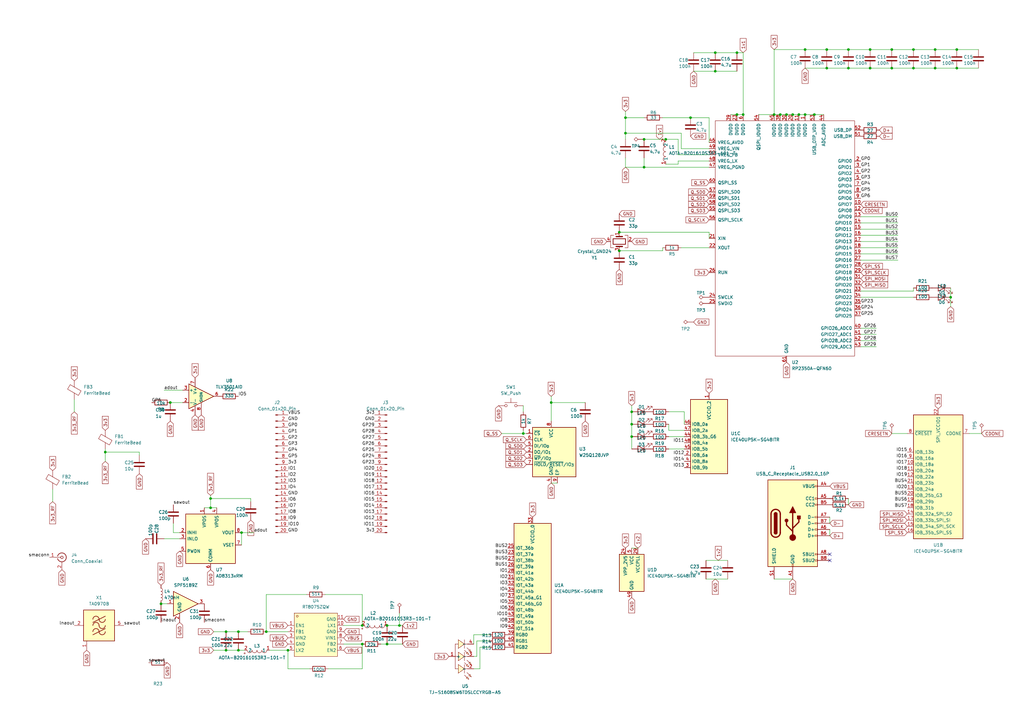
<source format=kicad_sch>
(kicad_sch (version 20250114) (generator "eeschema") (generator_version "9.0")
  (paper "A3")
  (junction (at 92.71 266.7))
  (junction (at 339.09 20.32))
  (junction (at 283.21 48.26))
  (junction (at 256.54 48.26))
  (junction (at 259.08 179.07))
  (junction (at 148.59 256.54))
  (junction (at 330.2 46.99))
  (junction (at 304.8 46.99))
  (junction (at 264.16 57.15))
  (junction (at 383.54 20.32))
  (junction (at 322.58 46.99))
  (junction (at 86.36 208.28))
  (junction (at 158.75 264.16))
  (junction (at 374.65 20.32))
  (junction (at 293.37 29.21))
  (junction (at 259.08 168.91))
  (junction (at 327.66 46.99))
  (junction (at 226.06 165.1))
  (junction (at 356.87 20.32))
  (junction (at 302.26 46.99))
  (junction (at 148.59 264.16))
  (junction (at 347.98 27.94))
  (junction (at 320.04 46.99))
  (junction (at 273.05 57.15))
  (junction (at 293.37 21.59))
  (junction (at 254 102.87))
  (junction (at 163.83 256.54))
  (junction (at 97.79 259.08))
  (junction (at 325.12 46.99))
  (junction (at 330.2 20.32))
  (junction (at 43.18 185.42))
  (junction (at 383.54 27.94))
  (junction (at 69.85 165.1))
  (junction (at 214.63 177.8))
  (junction (at 109.22 259.08))
  (junction (at 256.54 54.61))
  (junction (at 158.75 256.54))
  (junction (at 259.08 173.99))
  (junction (at 254 95.25))
  (junction (at 374.65 27.94))
  (junction (at 99.06 218.44))
  (junction (at 317.5 46.99))
  (junction (at 92.71 259.08))
  (junction (at 356.87 27.94))
  (junction (at 302.26 21.59))
  (junction (at 365.76 20.32))
  (junction (at 66.04 247.65))
  (junction (at 264.16 68.58))
  (junction (at 339.09 27.94))
  (junction (at 97.79 266.7))
  (junction (at 389.89 121.92))
  (junction (at 86.36 204.47))
  (junction (at 347.98 20.32))
  (junction (at 365.76 27.94))
  (junction (at 392.43 20.32))
  (junction (at 392.43 27.94))
  (junction (at 334.01 46.99))
  (junction (at 118.11 266.7))
  (no_connect (at 340.36 227.33))
  (no_connect (at 340.36 229.87))
  (wire (pts (xy 67.31 220.98) (xy 73.66 220.98)))
  (wire (pts (xy 356.87 27.94) (xy 365.76 27.94)))
  (wire (pts (xy 102.87 204.47) (xy 102.87 205.74)))
  (wire (pts (xy 86.36 203.2) (xy 86.36 204.47)))
  (wire (pts (xy 254 95.25) (xy 290.83 95.25)))
  (wire (pts (xy 293.37 21.59) (xy 302.26 21.59)))
  (wire (pts (xy 299.72 46.99) (xy 302.26 46.99)))
  (wire (pts (xy 289.56 229.87) (xy 298.45 229.87)))
  (wire (pts (xy 389.89 118.11) (xy 389.89 121.92)))
  (wire (pts (xy 256.54 54.61) (xy 256.54 48.26)))
  (wire (pts (xy 374.65 27.94) (xy 383.54 27.94)))
  (wire (pts (xy 274.32 184.15) (xy 280.67 184.15)))
  (wire (pts (xy 194.31 260.35) (xy 200.66 260.35)))
  (wire (pts (xy 317.5 237.49) (xy 325.12 237.49)))
  (wire (pts (xy 374.65 119.38) (xy 374.65 118.11)))
  (wire (pts (xy 92.71 266.7) (xy 97.79 266.7)))
  (wire (pts (xy 83.82 208.28) (xy 86.36 208.28)))
  (wire (pts (xy 293.37 29.21) (xy 302.26 29.21)))
  (wire (pts (xy 87.63 266.7) (xy 92.71 266.7)))
  (wire (pts (xy 240.03 165.1) (xy 226.06 165.1)))
  (wire (pts (xy 259.08 173.99) (xy 259.08 179.07)))
  (wire (pts (xy 397.51 177.8) (xy 402.59 177.8)))
  (wire (pts (xy 392.43 20.32) (xy 401.32 20.32)))
  (wire (pts (xy 368.3 96.52) (xy 353.06 96.52)))
  (wire (pts (xy 340.36 217.17) (xy 340.36 219.71)))
  (wire (pts (xy 259.08 224.79) (xy 261.62 224.79)))
  (wire (pts (xy 195.58 269.24) (xy 195.58 262.89)))
  (wire (pts (xy 274.32 173.99) (xy 274.32 176.53)))
  (wire (pts (xy 368.3 101.6) (xy 353.06 101.6)))
  (wire (pts (xy 278.13 66.04) (xy 290.83 66.04)))
  (wire (pts (xy 43.18 185.42) (xy 43.18 189.23)))
  (wire (pts (xy 274.32 168.91) (xy 280.67 168.91)))
  (wire (pts (xy 271.78 101.6) (xy 271.78 102.87)))
  (wire (pts (xy 320.04 46.99) (xy 322.58 46.99)))
  (wire (pts (xy 289.56 237.49) (xy 298.45 237.49)))
  (wire (pts (xy 290.83 60.96) (xy 279.4 60.96)))
  (wire (pts (xy 57.15 185.42) (xy 57.15 186.69)))
  (wire (pts (xy 133.35 243.84) (xy 148.59 243.84)))
  (wire (pts (xy 330.2 20.32) (xy 339.09 20.32)))
  (wire (pts (xy 347.98 27.94) (xy 356.87 27.94)))
  (wire (pts (xy 259.08 166.37) (xy 259.08 168.91)))
  (wire (pts (xy 330.2 20.32) (xy 317.5 20.32)))
  (wire (pts (xy 368.3 106.68) (xy 353.06 106.68)))
  (wire (pts (xy 214.63 177.8) (xy 215.9 177.8)))
  (wire (pts (xy 264.16 64.77) (xy 264.16 68.58)))
  (wire (pts (xy 353.06 121.92) (xy 374.65 121.92)))
  (wire (pts (xy 330.2 27.94) (xy 339.09 27.94)))
  (wire (pts (xy 71.12 218.44) (xy 71.12 214.63)))
  (wire (pts (xy 368.3 91.44) (xy 353.06 91.44)))
  (wire (pts (xy 256.54 45.72) (xy 256.54 48.26)))
  (wire (pts (xy 322.58 46.99) (xy 325.12 46.99)))
  (wire (pts (xy 99.06 218.44) (xy 99.06 223.52)))
  (wire (pts (xy 368.3 88.9) (xy 353.06 88.9)))
  (wire (pts (xy 279.4 101.6) (xy 290.83 101.6)))
  (wire (pts (xy 259.08 179.07) (xy 259.08 184.15)))
  (wire (pts (xy 273.05 57.15) (xy 278.13 57.15)))
  (wire (pts (xy 66.04 247.65) (xy 68.58 247.65)))
  (wire (pts (xy 86.36 204.47) (xy 102.87 204.47)))
  (wire (pts (xy 304.8 21.59) (xy 304.8 46.99)))
  (wire (pts (xy 279.4 60.96) (xy 279.4 54.61)))
  (wire (pts (xy 264.16 57.15) (xy 273.05 57.15)))
  (wire (pts (xy 205.74 177.8) (xy 214.63 177.8)))
  (wire (pts (xy 214.63 166.37) (xy 214.63 168.91)))
  (wire (pts (xy 97.79 259.08) (xy 101.6 259.08)))
  (wire (pts (xy 365.76 20.32) (xy 374.65 20.32)))
  (wire (pts (xy 196.85 274.32) (xy 196.85 265.43)))
  (wire (pts (xy 368.3 93.98) (xy 353.06 93.98)))
  (wire (pts (xy 368.3 104.14) (xy 353.06 104.14)))
  (wire (pts (xy 214.63 176.53) (xy 214.63 177.8)))
  (wire (pts (xy 69.85 165.1) (xy 74.93 165.1)))
  (wire (pts (xy 284.48 29.21) (xy 293.37 29.21)))
  (wire (pts (xy 392.43 27.94) (xy 401.32 27.94)))
  (wire (pts (xy 86.36 208.28) (xy 88.9 208.28)))
  (wire (pts (xy 280.67 168.91) (xy 280.67 173.99)))
  (wire (pts (xy 284.48 21.59) (xy 293.37 21.59)))
  (wire (pts (xy 226.06 165.1) (xy 226.06 172.72)))
  (wire (pts (xy 353.06 142.24) (xy 359.41 142.24)))
  (wire (pts (xy 194.31 269.24) (xy 195.58 269.24)))
  (wire (pts (xy 347.98 20.32) (xy 356.87 20.32)))
  (wire (pts (xy 339.09 20.32) (xy 347.98 20.32)))
  (wire (pts (xy 109.22 243.84) (xy 109.22 259.08)))
  (wire (pts (xy 226.06 198.12) (xy 228.6 198.12)))
  (wire (pts (xy 87.63 259.08) (xy 92.71 259.08)))
  (wire (pts (xy 148.59 264.16) (xy 148.59 274.32)))
  (wire (pts (xy 365.76 27.94) (xy 374.65 27.94)))
  (wire (pts (xy 134.62 274.32) (xy 148.59 274.32)))
  (wire (pts (xy 271.78 48.26) (xy 283.21 48.26)))
  (wire (pts (xy 226.06 162.56) (xy 226.06 165.1)))
  (wire (pts (xy 274.32 176.53) (xy 280.67 176.53)))
  (wire (pts (xy 118.11 274.32) (xy 127 274.32)))
  (wire (pts (xy 302.26 21.59) (xy 304.8 21.59)))
  (wire (pts (xy 194.31 274.32) (xy 196.85 274.32)))
  (wire (pts (xy 317.5 20.32) (xy 317.5 46.99)))
  (wire (pts (xy 279.4 54.61) (xy 256.54 54.61)))
  (wire (pts (xy 359.41 134.62) (xy 353.06 134.62)))
  (wire (pts (xy 163.83 251.46) (xy 163.83 256.54)))
  (wire (pts (xy 383.54 27.94) (xy 392.43 27.94)))
  (wire (pts (xy 334.01 46.99) (xy 337.82 46.99)))
  (wire (pts (xy 140.97 264.16) (xy 148.59 264.16)))
  (wire (pts (xy 194.31 264.16) (xy 194.31 260.35)))
  (wire (pts (xy 256.54 54.61) (xy 256.54 57.15)))
  (wire (pts (xy 196.85 265.43) (xy 200.66 265.43)))
  (wire (pts (xy 67.31 160.02) (xy 74.93 160.02)))
  (wire (pts (xy 110.49 266.7) (xy 118.11 266.7)))
  (wire (pts (xy 278.13 57.15) (xy 278.13 63.5)))
  (wire (pts (xy 374.65 20.32) (xy 383.54 20.32)))
  (wire (pts (xy 353.06 139.7) (xy 359.41 139.7)))
  (wire (pts (xy 383.54 20.32) (xy 392.43 20.32)))
  (wire (pts (xy 30.48 163.83) (xy 30.48 168.91)))
  (wire (pts (xy 125.73 243.84) (xy 109.22 243.84)))
  (wire (pts (xy 330.2 46.99) (xy 334.01 46.99)))
  (wire (pts (xy 43.18 185.42) (xy 57.15 185.42)))
  (wire (pts (xy 290.83 48.26) (xy 290.83 58.42)))
  (wire (pts (xy 311.15 46.99) (xy 317.5 46.99)))
  (wire (pts (xy 302.26 46.99) (xy 304.8 46.99)))
  (wire (pts (xy 264.16 68.58) (xy 290.83 68.58)))
  (wire (pts (xy 256.54 48.26) (xy 264.16 48.26)))
  (wire (pts (xy 339.09 27.94) (xy 347.98 27.94)))
  (wire (pts (xy 158.75 256.54) (xy 163.83 256.54)))
  (wire (pts (xy 43.18 184.15) (xy 43.18 185.42)))
  (wire (pts (xy 86.36 204.47) (xy 86.36 208.28)))
  (wire (pts (xy 256.54 68.58) (xy 264.16 68.58)))
  (wire (pts (xy 163.83 256.54) (xy 165.1 256.54)))
  (wire (pts (xy 273.05 67.31) (xy 278.13 67.31)))
  (wire (pts (xy 290.83 97.79) (xy 290.83 95.25)))
  (wire (pts (xy 109.22 259.08) (xy 118.11 259.08)))
  (wire (pts (xy 327.66 46.99) (xy 330.2 46.99)))
  (wire (pts (xy 259.08 168.91) (xy 259.08 173.99)))
  (wire (pts (xy 317.5 46.99) (xy 320.04 46.99)))
  (wire (pts (xy 340.36 212.09) (xy 340.36 214.63)))
  (wire (pts (xy 290.83 63.5) (xy 278.13 63.5)))
  (wire (pts (xy 389.89 121.92) (xy 389.89 125.73)))
  (wire (pts (xy 165.1 264.16) (xy 158.75 264.16)))
  (wire (pts (xy 92.71 259.08) (xy 97.79 259.08)))
  (wire (pts (xy 99.06 218.44) (xy 104.14 218.44)))
  (wire (pts (xy 347.98 204.47) (xy 347.98 207.01)))
  (wire (pts (xy 353.06 137.16) (xy 359.41 137.16)))
  (wire (pts (xy 256.54 64.77) (xy 256.54 68.58)))
  (wire (pts (xy 148.59 243.84) (xy 148.59 256.54)))
  (wire (pts (xy 368.3 99.06) (xy 353.06 99.06)))
  (wire (pts (xy 283.21 48.26) (xy 290.83 48.26)))
  (wire (pts (xy 365.76 177.8) (xy 372.11 177.8)))
  (wire (pts (xy 195.58 262.89) (xy 200.66 262.89)))
  (wire (pts (xy 158.75 264.16) (xy 156.21 264.16)))
  (wire (pts (xy 21.59 200.66) (xy 21.59 205.74)))
  (wire (pts (xy 118.11 266.7) (xy 118.11 274.32)))
  (wire (pts (xy 274.32 179.07) (xy 280.67 179.07)))
  (wire (pts (xy 73.66 218.44) (xy 71.12 218.44)))
  (wire (pts (xy 356.87 20.32) (xy 365.76 20.32)))
  (wire (pts (xy 100.33 266.7) (xy 97.79 266.7)))
  (wire (pts (xy 148.59 256.54) (xy 140.97 256.54)))
  (wire (pts (xy 353.06 119.38) (xy 374.65 119.38)))
  (wire (pts (xy 254 102.87) (xy 271.78 102.87)))
  (wire (pts (xy 278.13 67.31) (xy 278.13 66.04)))
  (wire (pts (xy 325.12 46.99) (xy 327.66 46.99)))
  (label "BUS7" (at 372.11 208.28 180))
  (label "smaconn" (at 20.32 228.6 180))
  (label "IO10" (at 118.11 215.9 0))
  (label "GP6" (at 62.23 165.1 0))
  (label "VBUS" (at 118.11 170.18 0))
  (label "sawout" (at 50.8 256.54 0))
  (label "GP28" (at 153.67 177.8 180))
  (label "GP27" (at 359.41 137.16 180))
  (label "GP23" (at 153.67 190.5 180))
  (label "sawout" (at 60.96 271.78 0))
  (label "GND" (at 118.11 172.72 0))
  (label "BUS0" (at 368.3 88.9 180))
  (label "IO2" (at 118.11 195.58 0))
  (label "IO5" (at 208.28 247.65 180))
  (label "BUS1" (at 368.3 91.44 180))
  (label "GP1" (at 118.11 177.8 0))
  (label "GP3" (at 118.11 182.88 0))
  (label "BUS6" (at 372.11 205.74 180))
  (label "adout" (at 104.14 218.44 0))
  (label "GP29" (at 359.41 142.24 180))
  (label "IO19" (at 153.67 195.58 180))
  (label "GP25" (at 153.67 185.42 180))
  (label "BUS4" (at 368.3 99.06 180))
  (label "GP4" (at 353.06 76.2 0))
  (label "GP28" (at 359.41 139.7 180))
  (label "IO9" (at 208.28 257.81 180))
  (label "IO13" (at 153.67 210.82 180))
  (label "IO5" (at 97.79 162.56 0))
  (label "IO10" (at 208.28 252.73 180))
  (label "GP1" (at 353.06 68.58 0))
  (label "GP4" (at 118.11 185.42 0))
  (label "IO14" (at 153.67 208.28 180))
  (label "IO8" (at 118.11 210.82 0))
  (label "3v3" (at 118.11 190.5 0))
  (label "BUS2" (at 368.3 93.98 180))
  (label "GP2" (at 353.06 71.12 0))
  (label "BUS7" (at 368.3 106.68 180))
  (label "adout" (at 67.31 160.02 0))
  (label "GP24" (at 153.67 187.96 180))
  (label "GP0" (at 353.06 66.04 0))
  (label "IO18" (at 153.67 198.12 180))
  (label "IO7" (at 208.28 245.11 180))
  (label "GP29" (at 153.67 175.26 180))
  (label "sawout" (at 71.12 207.01 0))
  (label "IO17" (at 372.11 190.5 180))
  (label "GND" (at 118.11 203.2 0))
  (label "IO12" (at 280.67 186.69 180))
  (label "IO13" (at 280.67 191.77 180))
  (label "IO11" (at 153.67 215.9 180))
  (label "GP26" (at 359.41 134.62 180))
  (label "BUS1" (at 208.28 232.41 180))
  (label "IO6" (at 118.11 205.74 0))
  (label "IO17" (at 153.67 200.66 180))
  (label "GP6" (at 353.06 81.28 0))
  (label "GP24" (at 353.06 127 0))
  (label "BUS5" (at 368.3 101.6 180))
  (label "IO8" (at 208.28 255.27 180))
  (label "GP2" (at 118.11 180.34 0))
  (label "GP27" (at 153.67 180.34 180))
  (label "IO1" (at 118.11 193.04 0))
  (label "IO3" (at 208.28 240.03 180))
  (label "IO6" (at 208.28 250.19 180))
  (label "IO1" (at 208.28 234.95 180))
  (label "lnaout" (at 30.48 256.54 180))
  (label "IO7" (at 118.11 208.28 0))
  (label "IO14" (at 280.67 189.23 180))
  (label "GND" (at 118.11 218.44 0))
  (label "GP5" (at 353.06 78.74 0))
  (label "BUS4" (at 372.11 198.12 180))
  (label "GP23" (at 353.06 124.46 0))
  (label "BUS0" (at 208.28 229.87 180))
  (label "IO15" (at 372.11 185.42 180))
  (label "GP26" (at 153.67 182.88 180))
  (label "BUS3" (at 368.3 96.52 180))
  (label "IO15" (at 153.67 205.74 180))
  (label "3v3" (at 153.67 170.18 180))
  (label "IO3" (at 118.11 198.12 0))
  (label "BUS5" (at 372.11 203.2 180))
  (label "IO9" (at 118.11 213.36 0))
  (label "IO2" (at 208.28 237.49 180))
  (label "IO18" (at 372.11 193.04 180))
  (label "lnaout" (at 66.04 255.27 0))
  (label "IO20" (at 372.11 200.66 180))
  (label "IO11" (at 280.67 181.61 180))
  (label "BUS3" (at 208.28 227.33 180))
  (label "BUS2" (at 208.28 224.79 180))
  (label "GND" (at 153.67 172.72 180))
  (label "BUS6" (at 368.3 104.14 180))
  (label "IO4" (at 208.28 242.57 180))
  (label "smaconn" (at 83.82 255.27 0))
  (label "IO20" (at 153.67 193.04 180))
  (label "IO4" (at 118.11 200.66 0))
  (label "GP25" (at 353.06 129.54 0))
  (label "IO16" (at 153.67 203.2 180))
  (label "IO16" (at 372.11 187.96 180))
  (label "GP0" (at 118.11 175.26 0))
  (label "IO12" (at 153.67 213.36 180))
  (label "GP3" (at 353.06 73.66 0))
  (label "IO19" (at 372.11 195.58 180))
  (label "GP5" (at 118.11 187.96 0))
  (label "3v3" (at 153.67 218.44 180))
  (global_label "GND" (shape input) (at 73.66 255.27 270) (property "Intersheetrefs" "${INTERSHEET_REFS}" (effects (hide yes))))
  (global_label "3v3" (shape input) (at 226.06 162.56 90) (property "Intersheetrefs" "${INTERSHEET_REFS}" (effects (hide yes))))
  (global_label "3v3_RF" (shape input) (at 86.36 203.2 90) (property "Intersheetrefs" "${INTERSHEET_REFS}" (effects (hide yes))))
  (global_label "D-" (shape input) (at 360.68 55.88 0) (property "Intersheetrefs" "${INTERSHEET_REFS}" (effects (hide yes))))
  (global_label "CDONE" (shape input) (at 402.59 177.8 0) (property "Intersheetrefs" "${INTERSHEET_REFS}" (effects (hide yes))))
  (global_label "Q_SD3" (shape input) (at 215.9 190.5 180) (property "Intersheetrefs" "${INTERSHEET_REFS}" (effects (hide yes))))
  (global_label "GND" (shape input) (at 204.47 166.37 270) (property "Intersheetrefs" "${INTERSHEET_REFS}" (effects (hide yes))))
  (global_label "CRESETN" (shape input) (at 353.06 83.82 0) (property "Intersheetrefs" "${INTERSHEET_REFS}" (effects (hide yes))))
  (global_label "3v3" (shape input) (at 87.63 266.7 180) (property "Intersheetrefs" "${INTERSHEET_REFS}" (effects (hide yes))))
  (global_label "SPI_MISO" (shape input) (at 353.06 116.84 0) (property "Intersheetrefs" "${INTERSHEET_REFS}" (effects (hide yes))))
  (global_label "3v3" (shape input) (at 290.83 111.76 180) (property "Intersheetrefs" "${INTERSHEET_REFS}" (effects (hide yes))))
  (global_label "GND" (shape input) (at 226.06 198.12 270) (property "Intersheetrefs" "${INTERSHEET_REFS}" (effects (hide yes))))
  (global_label "3v3_RF" (shape input) (at 21.59 205.74 270) (property "Intersheetrefs" "${INTERSHEET_REFS}" (effects (hide yes))))
  (global_label "Q_SD2" (shape input) (at 215.9 187.96 180) (property "Intersheetrefs" "${INTERSHEET_REFS}" (effects (hide yes))))
  (global_label "GND" (shape input) (at 68.58 271.78 270) (property "Intersheetrefs" "${INTERSHEET_REFS}" (effects (hide yes))))
  (global_label "Q_SD2" (shape input) (at 290.83 83.82 180) (property "Intersheetrefs" "${INTERSHEET_REFS}" (effects (hide yes))))
  (global_label "GND" (shape input) (at 259.08 245.11 270) (property "Intersheetrefs" "${INTERSHEET_REFS}" (effects (hide yes))))
  (global_label "VBUS" (shape input) (at 340.36 199.39 0) (property "Intersheetrefs" "${INTERSHEET_REFS}" (effects (hide yes))))
  (global_label "SPI_SS" (shape input) (at 353.06 109.22 0) (property "Intersheetrefs" "${INTERSHEET_REFS}" (effects (hide yes))))
  (global_label "GND" (shape input) (at 322.58 148.59 270) (property "Intersheetrefs" "${INTERSHEET_REFS}" (effects (hide yes))))
  (global_label "SPI_SS" (shape input) (at 372.11 218.44 180) (property "Intersheetrefs" "${INTERSHEET_REFS}" (effects (hide yes))))
  (global_label "GND" (shape input) (at 240.03 172.72 270) (property "Intersheetrefs" "${INTERSHEET_REFS}" (effects (hide yes))))
  (global_label "Q_SD1" (shape input) (at 290.83 81.28 180) (property "Intersheetrefs" "${INTERSHEET_REFS}" (effects (hide yes))))
  (global_label "3v3" (shape input) (at 184.15 269.24 180) (property "Intersheetrefs" "${INTERSHEET_REFS}" (effects (hide yes))))
  (global_label "GND" (shape input) (at 284.48 29.21 270) (property "Intersheetrefs" "${INTERSHEET_REFS}" (effects (hide yes))))
  (global_label "SPI_MOSI" (shape input) (at 353.06 114.3 0) (property "Intersheetrefs" "${INTERSHEET_REFS}" (effects (hide yes))))
  (global_label "3v3" (shape input) (at 43.18 176.53 90) (property "Intersheetrefs" "${INTERSHEET_REFS}" (effects (hide yes))))
  (global_label "3v3" (shape input) (at 259.08 166.37 90) (property "Intersheetrefs" "${INTERSHEET_REFS}" (effects (hide yes))))
  (global_label "3v3" (shape input) (at 256.54 45.72 90) (property "Intersheetrefs" "${INTERSHEET_REFS}" (effects (hide yes))))
  (global_label "Q_SS" (shape input) (at 205.74 177.8 180) (property "Intersheetrefs" "${INTERSHEET_REFS}" (effects (hide yes))))
  (global_label "3v3" (shape input) (at 290.83 161.29 90) (property "Intersheetrefs" "${INTERSHEET_REFS}" (effects (hide yes))))
  (global_label "GND" (shape input) (at 35.56 266.7 270) (property "Intersheetrefs" "${INTERSHEET_REFS}" (effects (hide yes))))
  (global_label "1v1" (shape input) (at 304.8 21.59 90) (property "Intersheetrefs" "${INTERSHEET_REFS}" (effects (hide yes))))
  (global_label "GND" (shape input) (at 82.55 170.18 270) (property "Intersheetrefs" "${INTERSHEET_REFS}" (effects (hide yes))))
  (global_label "GND" (shape input) (at 140.97 259.08 0) (property "Intersheetrefs" "${INTERSHEET_REFS}" (effects (hide yes))))
  (global_label "Q_SD0" (shape input) (at 215.9 182.88 180) (property "Intersheetrefs" "${INTERSHEET_REFS}" (effects (hide yes))))
  (global_label "GND" (shape input) (at 73.66 226.06 270) (property "Intersheetrefs" "${INTERSHEET_REFS}" (effects (hide yes))))
  (global_label "GND" (shape input) (at 254 87.63 0) (property "Intersheetrefs" "${INTERSHEET_REFS}" (effects (hide yes))))
  (global_label "VBUS" (shape input) (at 140.97 266.7 0) (property "Intersheetrefs" "${INTERSHEET_REFS}" (effects (hide yes))))
  (global_label "GND" (shape input) (at 254 110.49 270) (property "Intersheetrefs" "${INTERSHEET_REFS}" (effects (hide yes))))
  (global_label "SPI_MOSI" (shape input) (at 372.11 213.36 180) (property "Intersheetrefs" "${INTERSHEET_REFS}" (effects (hide yes))))
  (global_label "VBUS" (shape input) (at 118.11 256.54 180) (property "Intersheetrefs" "${INTERSHEET_REFS}" (effects (hide yes))))
  (global_label "1v2" (shape input) (at 261.62 224.79 90) (property "Intersheetrefs" "${INTERSHEET_REFS}" (effects (hide yes))))
  (global_label "SPI_SCLK" (shape input) (at 353.06 111.76 0) (property "Intersheetrefs" "${INTERSHEET_REFS}" (effects (hide yes))))
  (global_label "3v3" (shape input) (at 80.01 154.94 90) (property "Intersheetrefs" "${INTERSHEET_REFS}" (effects (hide yes))))
  (global_label "GND" (shape input) (at 259.08 99.06 0) (property "Intersheetrefs" "${INTERSHEET_REFS}" (effects (hide yes))))
  (global_label "1v2" (shape input) (at 294.64 229.87 90) (property "Intersheetrefs" "${INTERSHEET_REFS}" (effects (hide yes))))
  (global_label "SPI_MISO" (shape input) (at 372.11 210.82 180) (property "Intersheetrefs" "${INTERSHEET_REFS}" (effects (hide yes))))
  (global_label "GND" (shape input) (at 25.4 233.68 270) (property "Intersheetrefs" "${INTERSHEET_REFS}" (effects (hide yes))))
  (global_label "CRESETN" (shape input) (at 365.76 177.8 180) (property "Intersheetrefs" "${INTERSHEET_REFS}" (effects (hide yes))))
  (global_label "3v3" (shape input) (at 384.81 167.64 90) (property "Intersheetrefs" "${INTERSHEET_REFS}" (effects (hide yes))))
  (global_label "GND" (shape input) (at 102.87 213.36 270) (property "Intersheetrefs" "${INTERSHEET_REFS}" (effects (hide yes))))
  (global_label "3v3" (shape input) (at 21.59 193.04 90) (property "Intersheetrefs" "${INTERSHEET_REFS}" (effects (hide yes))))
  (global_label "D+" (shape input) (at 360.68 53.34 0) (property "Intersheetrefs" "${INTERSHEET_REFS}" (effects (hide yes))))
  (global_label "GND" (shape input) (at 57.15 194.31 270) (property "Intersheetrefs" "${INTERSHEET_REFS}" (effects (hide yes))))
  (global_label "SPI_SCLK" (shape input) (at 372.11 215.9 180) (property "Intersheetrefs" "${INTERSHEET_REFS}" (effects (hide yes))))
  (global_label "1v1" (shape input) (at 270.51 57.15 90) (property "Intersheetrefs" "${INTERSHEET_REFS}" (effects (hide yes))))
  (global_label "3v3" (shape input) (at 218.44 212.09 90) (property "Intersheetrefs" "${INTERSHEET_REFS}" (effects (hide yes))))
  (global_label "GND" (shape input) (at 86.36 233.68 270) (property "Intersheetrefs" "${INTERSHEET_REFS}" (effects (hide yes))))
  (global_label "1v2" (shape input) (at 165.1 256.54 0) (property "Intersheetrefs" "${INTERSHEET_REFS}" (effects (hide yes))))
  (global_label "Q_SCLK" (shape input) (at 290.83 90.17 180) (property "Intersheetrefs" "${INTERSHEET_REFS}" (effects (hide yes))))
  (global_label "GND" (shape input) (at 347.98 207.01 0) (property "Intersheetrefs" "${INTERSHEET_REFS}" (effects (hide yes))))
  (global_label "Q_SD3" (shape input) (at 290.83 86.36 180) (property "Intersheetrefs" "${INTERSHEET_REFS}" (effects (hide yes))))
  (global_label "D-" (shape input) (at 340.36 214.63 0) (property "Intersheetrefs" "${INTERSHEET_REFS}" (effects (hide yes))))
  (global_label "GND" (shape input) (at 118.11 264.16 180) (property "Intersheetrefs" "${INTERSHEET_REFS}" (effects (hide yes))))
  (global_label "3v3_RF" (shape input) (at 66.04 240.03 90) (property "Intersheetrefs" "${INTERSHEET_REFS}" (effects (hide yes))))
  (global_label "GND" (shape input) (at 80.01 170.18 270) (property "Intersheetrefs" "${INTERSHEET_REFS}" (effects (hide yes))))
  (global_label "3v3" (shape input) (at 256.54 224.79 90) (property "Intersheetrefs" "${INTERSHEET_REFS}" (effects (hide yes))))
  (global_label "VBUS" (shape input) (at 140.97 261.62 0) (property "Intersheetrefs" "${INTERSHEET_REFS}" (effects (hide yes))))
  (global_label "VBUS" (shape input) (at 118.11 261.62 180) (property "Intersheetrefs" "${INTERSHEET_REFS}" (effects (hide yes))))
  (global_label "GND" (shape input) (at 284.48 132.08 0) (property "Intersheetrefs" "${INTERSHEET_REFS}" (effects (hide yes))))
  (global_label "Q_SS" (shape input) (at 290.83 74.93 180) (property "Intersheetrefs" "${INTERSHEET_REFS}" (effects (hide yes))))
  (global_label "CDONE" (shape input) (at 353.06 86.36 0) (property "Intersheetrefs" "${INTERSHEET_REFS}" (effects (hide yes))))
  (global_label "GND" (shape input) (at 165.1 264.16 0) (property "Intersheetrefs" "${INTERSHEET_REFS}" (effects (hide yes))))
  (global_label "3v3_RF" (shape input) (at 30.48 168.91 270) (property "Intersheetrefs" "${INTERSHEET_REFS}" (effects (hide yes))))
  (global_label "GND" (shape input) (at 59.69 220.98 270) (property "Intersheetrefs" "${INTERSHEET_REFS}" (effects (hide yes))))
  (global_label "3v3" (shape input) (at 317.5 20.32 90) (property "Intersheetrefs" "${INTERSHEET_REFS}" (effects (hide yes))))
  (global_label "GND" (shape input) (at 330.2 27.94 270) (property "Intersheetrefs" "${INTERSHEET_REFS}" (effects (hide yes))))
  (global_label "GND" (shape input) (at 248.92 99.06 180) (property "Intersheetrefs" "${INTERSHEET_REFS}" (effects (hide yes))))
  (global_label "3v3" (shape input) (at 30.48 156.21 90) (property "Intersheetrefs" "${INTERSHEET_REFS}" (effects (hide yes))))
  (global_label "GND" (shape input) (at 293.37 237.49 270) (property "Intersheetrefs" "${INTERSHEET_REFS}" (effects (hide yes))))
  (global_label "Q_SD1" (shape input) (at 215.9 185.42 180) (property "Intersheetrefs" "${INTERSHEET_REFS}" (effects (hide yes))))
  (global_label "GND" (shape input) (at 389.89 125.73 270) (property "Intersheetrefs" "${INTERSHEET_REFS}" (effects (hide yes))))
  (global_label "GND" (shape input) (at 140.97 254 0) (property "Intersheetrefs" "${INTERSHEET_REFS}" (effects (hide yes))))
  (global_label "GND" (shape input) (at 69.85 172.72 270) (property "Intersheetrefs" "${INTERSHEET_REFS}" (effects (hide yes))))
  (global_label "Q_SCLK" (shape input) (at 215.9 180.34 180) (property "Intersheetrefs" "${INTERSHEET_REFS}" (effects (hide yes))))
  (global_label "GND" (shape input) (at 325.12 237.49 270) (property "Intersheetrefs" "${INTERSHEET_REFS}" (effects (hide yes))))
  (global_label "Q_SD0" (shape input) (at 290.83 78.74 180) (property "Intersheetrefs" "${INTERSHEET_REFS}" (effects (hide yes))))
  (global_label "GND" (shape input) (at 256.54 68.58 270) (property "Intersheetrefs" "${INTERSHEET_REFS}" (effects (hide yes))))
  (global_label "GND" (shape input) (at 283.21 55.88 0) (property "Intersheetrefs" "${INTERSHEET_REFS}" (effects (hide yes))))
  (global_label "GND" (shape input) (at 87.63 259.08 180) (property "Intersheetrefs" "${INTERSHEET_REFS}" (effects (hide yes))))
  (global_label "D+" (shape input) (at 340.36 219.71 0) (property "Intersheetrefs" "${INTERSHEET_REFS}" (effects (hide yes))))
  (global_label "3v3_RF" (shape input) (at 43.18 189.23 270) (property "Intersheetrefs" "${INTERSHEET_REFS}" (effects (hide yes))))
  (symbol (lib_id "Device:C") (at 92.71 262.89 0) (unit 1)
    (property "Reference" "C21" (at 86.614 262.128 0) (effects (justify left)))
    (property "Value" "100n" (at 86.614 264.668 0) (effects (justify left)))
    (property "Footprint" "Capacitor_SMD:C_0402_1005Metric" (effects (hide yes)))
    (property "Description" "Unpolarized capacitor" (effects (hide yes)))
  )
  (symbol (lib_id "Connector:Conn_Coaxial") (at 25.4 228.6 0) (unit 1)
    (property "Reference" "J4" (at 29.21 227.6231 0) (effects (justify left)))
    (property "Value" "Conn_Coaxial" (at 29.21 230.1631 0) (effects (justify left)))
    (property "Footprint" "Connector_Coaxial:SMA_BAT_Wireless_BWSMA-KWE-Z001" (effects (hide yes)))
    (property "Description" "coaxial connector (BNC, SMA, SMB, SMC, Cinch/RCA, LEMO, ...)" (effects (hide yes)))
  )
  (symbol (lib_id "Device:FerriteBead") (at 21.59 196.85 0) (unit 1)
    (property "Reference" "FB2" (at 25.4 195.5291 0) (effects (justify left)))
    (property "Value" "FerriteBead" (at 25.4 198.0691 0) (effects (justify left)))
    (property "Footprint" "Inductor_SMD:L_0603_1608Metric" (effects (hide yes)))
    (property "Description" "Ferrite bead" (effects (hide yes)))
  )
  (symbol (lib_id "Device:C") (at 374.65 24.13 0) (unit 1)
    (property "Reference" "C12" (at 368.554 23.368 0) (effects (justify left)))
    (property "Value" "100n" (at 368.554 25.908 0) (effects (justify left)))
    (property "Footprint" "Capacitor_SMD:C_0402_1005Metric" (effects (hide yes)))
    (property "Description" "Unpolarized capacitor" (effects (hide yes)))
  )
  (symbol (lib_id "Device:C") (at 264.16 60.96 0) (unit 1)
    (property "Reference" "C5" (at 266.446 59.69 0) (effects (justify left)))
    (property "Value" "4.7u" (at 266.446 62.23 0) (effects (justify left)))
    (property "Footprint" "Capacitor_SMD:C_0402_1005Metric" (effects (hide yes)))
    (property "Description" "Unpolarized capacitor" (effects (hide yes)))
  )
  (symbol (lib_id "Device:R") (at 270.51 168.91 270) (unit 1)
    (property "Reference" "R17" (at 270.51 171.704 90))
    (property "Value" "100" (at 270.51 169.164 90))
    (property "Footprint" "Resistor_SMD:R_0402_1005Metric" (effects (hide yes)))
    (property "Description" "Resistor" (effects (hide yes)))
  )
  (symbol (lib_id "FPGA_Lattice:ICE40UP5K-SG48ITR") (at 259.08 234.95 0) (unit 4)
    (property "Reference" "U1" (at 265.43 233.6799 0) (effects (justify left)))
    (property "Value" "ICE40UP5K-SG48ITR" (at 265.43 236.2199 0) (effects (justify left)))
    (property "Footprint" "Package_DFN_QFN:QFN-48-1EP_7x7mm_P0.5mm_EP5.6x5.6mm" (effects (hide yes)))
    (property "Datasheet" "http://www.latticesemi.com/Products/FPGAandCPLD/iCE40Ultra" (effects (hide yes)))
    (property "Description" "iCE40 UltraPlus FPGA, 5280 LUTs, 1.2V, 48-pin QFN" (effects (hide yes)))
  )
  (symbol (lib_id "Device:R") (at 204.47 260.35 90) (unit 1)
    (property "Reference" "R13" (at 199.644 260.604 90))
    (property "Value" "120" (at 204.47 260.35 90))
    (property "Footprint" "Resistor_SMD:R_0402_1005Metric" (effects (hide yes)))
    (property "Description" "Resistor" (effects (hide yes)))
  )
  (symbol (lib_id "Device:R") (at 275.59 101.6 90) (unit 1)
    (property "Reference" "R5" (at 275.59 104.14 90))
    (property "Value" "1k" (at 275.59 101.6 90))
    (property "Footprint" "Resistor_SMD:R_0402_1005Metric" (effects (hide yes)))
    (property "Description" "Resistor" (effects (hide yes)))
  )
  (symbol (lib_id "Device:R") (at 64.77 271.78 90) (unit 1)
    (property "Reference" "R23" (at 64.77 280.416 90))
    (property "Value" "51" (at 64.77 271.526 90))
    (property "Footprint" "Resistor_SMD:R_0603_1608Metric" (effects (hide yes)))
    (property "Description" "Resistor" (effects (hide yes)))
  )
  (symbol (lib_id "Device:C") (at 284.48 25.4 0) (unit 1)
    (property "Reference" "C18" (at 278.384 24.638 0) (effects (justify left)))
    (property "Value" "100n" (at 278.384 27.178 0) (effects (justify left)))
    (property "Footprint" "Capacitor_SMD:C_0402_1005Metric" (effects (hide yes)))
    (property "Description" "Unpolarized capacitor" (effects (hide yes)))
  )
  (symbol (lib_id "Device:R") (at 356.87 55.88 90) (unit 1)
    (property "Reference" "R4" (at 356.87 58.42 90))
    (property "Value" "27" (at 356.87 55.88 90))
    (property "Footprint" "Resistor_SMD:R_0402_1005Metric" (effects (hide yes)))
    (property "Description" "Resistor" (effects (hide yes)))
  )
  (symbol (lib_id "Device:R") (at 93.98 162.56 90) (unit 1)
    (property "Reference" "R22" (at 93.98 159.766 90))
    (property "Value" "330" (at 93.98 162.306 90))
    (property "Footprint" "Resistor_SMD:R_0402_1005Metric" (effects (hide yes)))
    (property "Description" "Resistor" (effects (hide yes)))
  )
  (symbol (lib_id "Device:C") (at 83.82 251.46 0) (unit 1)
    (property "Reference" "C31" (at 77.724 250.698 0) (effects (justify left)))
    (property "Value" "100p" (at 77.724 253.238 0) (effects (justify left)))
    (property "Footprint" "Capacitor_SMD:C_0603_1608Metric" (effects (hide yes)))
    (property "Description" "Unpolarized capacitor" (effects (hide yes)))
  )
  (symbol (lib_id "Switch:SW_Push") (at 209.55 166.37 0) (unit 1)
    (property "Reference" "SW1" (at 209.55 158.75 0))
    (property "Value" "SW_Push" (at 209.55 161.29 0))
    (property "Footprint" "easyeda2kicad:SW-SMD_L3.9-W3.0-P4.45" (effects (hide yes)))
    (property "Description" "Push button switch, generic, two pins" (effects (hide yes)))
  )
  (symbol (lib_id "Device:FerriteBead") (at 43.18 180.34 0) (unit 1)
    (property "Reference" "FB1" (at 46.99 179.0191 0) (effects (justify left)))
    (property "Value" "FerriteBead" (at 46.99 181.5591 0) (effects (justify left)))
    (property "Footprint" "Inductor_SMD:L_0603_1608Metric" (effects (hide yes)))
    (property "Description" "Ferrite bead" (effects (hide yes)))
  )
  (symbol (lib_id "easyeda2kicad:TJ-S1608SW6TDSLCCYRGB-A5") (at 189.23 269.24 180) (unit 1)
    (property "Reference" "U5" (at 190.754 281.432 0))
    (property "Value" "TJ-S1608SW6TDSLCCYRGB-A5" (at 190.754 283.972 0))
    (property "Footprint" "easyeda2kicad:LED-ARRAY-SMD_4P-L1.6-W0.8-BL-FD" (effects (hide yes)))
    (property "LCSC Part" "C5356078" (effects (hide yes)))
  )
  (symbol (lib_id "Connector:TestPoint_Alt") (at 402.59 177.8 0) (unit 1)
    (property "Reference" "TP5" (at 399.796 174.498 90))
    (property "Value" "TestPoint_Alt" (effects (hide yes)))
    (property "Footprint" "TestPoint:TestPoint_Pad_D1.0mm" (effects (hide yes)))
    (property "Description" "test point (alternative shape)" (effects (hide yes)))
  )
  (symbol (lib_id "easyeda2kicad:AOTA-B201610S3R3-101-T") (at 153.67 256.54 180) (unit 1)
    (property "Reference" "L2" (at 153.037 251.46 0))
    (property "Value" "AOTA-B201610S3R3-101-T" (at 163.068 253.746 0))
    (property "Footprint" "easyeda2kicad:IND-SMD_L2.0-W1.6_AOTA-B201610S3R3-101-T" (effects (hide yes)))
    (property "LCSC Part" "C42411119" (effects (hide yes)))
  )
  (symbol (lib_id "Device:C") (at 254 91.44 0) (unit 1)
    (property "Reference" "C2" (at 257.81 90.1699 0) (effects (justify left)))
    (property "Value" "33p" (at 257.81 92.7099 0) (effects (justify left)))
    (property "Footprint" "Capacitor_SMD:C_0402_1005Metric" (effects (hide yes)))
    (property "Description" "Unpolarized capacitor" (effects (hide yes)))
  )
  (symbol (lib_id "Device:C") (at 347.98 24.13 0) (unit 1)
    (property "Reference" "C9" (at 341.884 23.368 0) (effects (justify left)))
    (property "Value" "100n" (at 341.884 25.908 0) (effects (justify left)))
    (property "Footprint" "Capacitor_SMD:C_0402_1005Metric" (effects (hide yes)))
    (property "Description" "Unpolarized capacitor" (effects (hide yes)))
  )
  (symbol (lib_id "Device:C") (at 158.75 260.35 0) (unit 1)
    (property "Reference" "C19" (at 152.654 259.588 0) (effects (justify left)))
    (property "Value" "100n" (at 152.654 262.128 0) (effects (justify left)))
    (property "Footprint" "Capacitor_SMD:C_0402_1005Metric" (effects (hide yes)))
    (property "Description" "Unpolarized capacitor" (effects (hide yes)))
  )
  (symbol (lib_id "Device:R") (at 152.4 264.16 270) (unit 1)
    (property "Reference" "R11" (at 152.4 266.954 90))
    (property "Value" "22k" (at 152.4 264.414 90))
    (property "Footprint" "Resistor_SMD:R_0402_1005Metric" (effects (hide yes)))
    (property "Description" "Resistor" (effects (hide yes)))
  )
  (symbol (lib_id "Device:C") (at 330.2 24.13 0) (unit 1)
    (property "Reference" "C7" (at 324.104 23.368 0) (effects (justify left)))
    (property "Value" "100n" (at 324.104 25.908 0) (effects (justify left)))
    (property "Footprint" "Capacitor_SMD:C_0402_1005Metric" (effects (hide yes)))
    (property "Description" "Unpolarized capacitor" (effects (hide yes)))
  )
  (symbol (lib_id "Device:R") (at 204.47 265.43 90) (unit 1)
    (property "Reference" "R15" (at 199.644 265.684 90))
    (property "Value" "100" (at 204.47 265.43 90))
    (property "Footprint" "Resistor_SMD:R_0402_1005Metric" (effects (hide yes)))
    (property "Description" "Resistor" (effects (hide yes)))
  )
  (symbol (lib_id "Connector:TestPoint_Alt") (at 163.83 251.46 0) (unit 1)
    (property "Reference" "TP7" (at 161.036 248.158 90))
    (property "Value" "TestPoint_Alt" (effects (hide yes)))
    (property "Footprint" "TestPoint:TestPoint_Pad_D1.0mm" (effects (hide yes)))
    (property "Description" "test point (alternative shape)" (effects (hide yes)))
  )
  (symbol (lib_id "Device:C") (at 283.21 52.07 0) (unit 1)
    (property "Reference" "C3" (at 285.496 50.8 0) (effects (justify left)))
    (property "Value" "4.7u" (at 285.496 53.34 0) (effects (justify left)))
    (property "Footprint" "Capacitor_SMD:C_0402_1005Metric" (effects (hide yes)))
    (property "Description" "Unpolarized capacitor" (effects (hide yes)))
  )
  (symbol (lib_id "Device:R") (at 270.51 184.15 270) (unit 1)
    (property "Reference" "R18" (at 270.51 186.944 90))
    (property "Value" "100" (at 270.51 184.404 90))
    (property "Footprint" "Resistor_SMD:R_0402_1005Metric" (effects (hide yes)))
    (property "Description" "Resistor" (effects (hide yes)))
  )
  (symbol (lib_id "Device:R") (at 129.54 243.84 90) (unit 1)
    (property "Reference" "R9" (at 129.54 241.046 90))
    (property "Value" "51k" (at 129.54 243.586 90))
    (property "Footprint" "Resistor_SMD:R_0402_1005Metric" (effects (hide yes)))
    (property "Description" "Resistor" (effects (hide yes)))
  )
  (symbol (lib_id "Device:R") (at 267.97 48.26 90) (unit 1)
    (property "Reference" "R6" (at 267.97 46.228 90))
    (property "Value" "33" (at 267.97 48.26 90))
    (property "Footprint" "Resistor_SMD:R_0402_1005Metric" (effects (hide yes)))
    (property "Description" "Resistor" (effects (hide yes)))
  )
  (symbol (lib_id "Device:FerriteBead") (at 30.48 160.02 0) (unit 1)
    (property "Reference" "FB3" (at 34.29 158.6991 0) (effects (justify left)))
    (property "Value" "FerriteBead" (at 34.29 161.2391 0) (effects (justify left)))
    (property "Footprint" "Inductor_SMD:L_0603_1608Metric" (effects (hide yes)))
    (property "Description" "Ferrite bead" (effects (hide yes)))
  )
  (symbol (lib_id "user_imported:RP2350A-QFN60") (at 322.58 93.98 0) (unit 1)
    (property "Reference" "U2" (at 324.7233 148.59 0) (effects (justify left)))
    (property "Value" "RP2350A-QFN60" (at 324.7233 151.13 0) (effects (justify left)))
    (property "Footprint" "user_imported_devices:RP2350A_QFN-60_EP_7.75x7.75_Pitch0.4mm" (effects (hide yes)))
  )
  (symbol (lib_id "Device:R") (at 66.04 165.1 270) (unit 1)
    (property "Reference" "R8" (at 66.04 167.894 90))
    (property "Value" "10k" (at 66.04 165.354 90))
    (property "Footprint" "Resistor_SMD:R_0402_1005Metric" (effects (hide yes)))
    (property "Description" "Resistor" (effects (hide yes)))
  )
  (symbol (lib_id "Device:R") (at 130.81 274.32 270) (unit 1)
    (property "Reference" "R12" (at 130.81 277.114 90))
    (property "Value" "100k" (at 130.81 274.574 90))
    (property "Footprint" "Resistor_SMD:R_0402_1005Metric" (effects (hide yes)))
    (property "Description" "Resistor" (effects (hide yes)))
  )
  (symbol (lib_id "Device:C") (at 97.79 262.89 0) (unit 1)
    (property "Reference" "C22" (at 91.694 262.128 0) (effects (justify left)))
    (property "Value" "22u" (at 91.694 264.668 0) (effects (justify left)))
    (property "Footprint" "Capacitor_SMD:C_0603_1608Metric" (effects (hide yes)))
    (property "Description" "Unpolarized capacitor" (effects (hide yes)))
  )
  (symbol (lib_id "easyeda2kicad:RT8075ZQW") (at 129.54 260.35 0) (unit 1)
    (property "Reference" "U4" (at 129.54 246.38 0))
    (property "Value" "RT8075ZQW" (at 129.54 248.92 0))
    (property "Footprint" "easyeda2kicad:WDFN-10_L3.0-W3.0-P0.50-BL-EP" (effects (hide yes)))
    (property "Datasheet" "https://lcsc.com/product-detail/DC-DC-Converters_Richtek-Tech-RT8075ZQW_C250416.html" (effects (hide yes)))
    (property "LCSC Part" "C250416" (effects (hide yes)))
  )
  (symbol (lib_id "FPGA_Lattice:ICE40UP5K-SG48ITR") (at 218.44 240.03 0) (unit 1)
    (property "Reference" "U1" (at 227.33 240.0299 0) (effects (justify left)))
    (property "Value" "ICE40UP5K-SG48ITR" (at 227.33 242.5699 0) (effects (justify left)))
    (property "Footprint" "Package_DFN_QFN:QFN-48-1EP_7x7mm_P0.5mm_EP5.6x5.6mm" (effects (hide yes)))
    (property "Datasheet" "http://www.latticesemi.com/Products/FPGAandCPLD/iCE40Ultra" (effects (hide yes)))
    (property "Description" "iCE40 UltraPlus FPGA, 5280 LUTs, 1.2V, 48-pin QFN" (effects (hide yes)))
  )
  (symbol (lib_id "Device:R") (at 204.47 262.89 90) (unit 1)
    (property "Reference" "R14" (at 199.644 263.144 90))
    (property "Value" "100" (at 204.47 262.89 90))
    (property "Footprint" "Resistor_SMD:R_0402_1005Metric" (effects (hide yes)))
    (property "Description" "Resistor" (effects (hide yes)))
  )
  (symbol (lib_id "Device:R") (at 270.51 173.99 270) (unit 1)
    (property "Reference" "R16" (at 270.51 176.784 90))
    (property "Value" "100" (at 270.51 174.244 90))
    (property "Footprint" "Resistor_SMD:R_0402_1005Metric" (effects (hide yes)))
    (property "Description" "Resistor" (effects (hide yes)))
  )
  (symbol (lib_id "Device:C") (at 165.1 260.35 0) (unit 1)
    (property "Reference" "C20" (at 159.004 259.588 0) (effects (justify left)))
    (property "Value" "22u" (at 159.004 262.128 0) (effects (justify left)))
    (property "Footprint" "Capacitor_SMD:C_0603_1608Metric" (effects (hide yes)))
    (property "Description" "Unpolarized capacitor" (effects (hide yes)))
  )
  (symbol (lib_id "RF_Amplifier:SPF5189Z") (at 76.2 247.65 0) (unit 1)
    (property "Reference" "U6" (at 76.2 237.49 0))
    (property "Value" "SPF5189Z" (at 76.2 240.03 0))
    (property "Footprint" "easyeda2kicad:SOT-343-4_L2.0-W1.3-P1.30-LS2.1-BR" (effects (hide yes)))
    (property "Datasheet" "www.qorvo.com/products/d/da001910" (effects (hide yes)))
    (property "Description" "50MHz to 4000MHz, GaAs pHEMT low noise MMIC amplifier, SOT-89" (effects (hide yes)))
  )
  (symbol (lib_id "Device:LED") (at 262.89 179.07 180) (unit 1)
    (property "Reference" "D4" (at 263.144 177.038 0))
    (property "Value" "LED" (at 263.144 179.578 0))
    (property "Footprint" "LED_SMD:LED_0603_1608Metric" (effects (hide yes)))
    (property "Description" "Light emitting diode" (effects (hide yes)))
    (property "Sim.Pins" "1=K 2=A" (effects (hide yes)))
  )
  (symbol (lib_id "Connector:Conn_01x20_Pin") (at 158.75 193.04 0) (mirror y) (unit 1)
    (property "Reference" "J3" (at 158.115 165.1 0))
    (property "Value" "Conn_01x20_Pin" (at 158.115 167.64 0))
    (property "Footprint" "Connector_PinHeader_2.54mm:PinHeader_1x20_P2.54mm_Vertical" (effects (hide yes)))
    (property "Description" "Generic connector, single row, 01x20, script generated" (effects (hide yes)))
  )
  (symbol (lib_id "Connector:Conn_01x20_Pin") (at 113.03 193.04 0) (unit 1)
    (property "Reference" "J2" (at 113.665 165.1 0))
    (property "Value" "Conn_01x20_Pin" (at 113.665 167.64 0))
    (property "Footprint" "Connector_PinHeader_2.54mm:PinHeader_1x20_P2.54mm_Vertical" (effects (hide yes)))
    (property "Description" "Generic connector, single row, 01x20, script generated" (effects (hide yes)))
  )
  (symbol (lib_id "Device:R") (at 344.17 207.01 90) (unit 1)
    (property "Reference" "R2" (at 344.17 209.296 90))
    (property "Value" "5.1k" (at 344.17 207.264 90))
    (property "Footprint" "Resistor_SMD:R_0402_1005Metric" (effects (hide yes)))
    (property "Description" "Resistor" (effects (hide yes)))
  )
  (symbol (lib_id "Device:C") (at 240.03 168.91 0) (unit 1)
    (property "Reference" "C6" (at 233.934 168.148 0) (effects (justify left)))
    (property "Value" "100n" (at 233.934 170.688 0) (effects (justify left)))
    (property "Footprint" "Capacitor_SMD:C_0402_1005Metric" (effects (hide yes)))
    (property "Description" "Unpolarized capacitor" (effects (hide yes)))
  )
  (symbol (lib_id "RF_Amplifier:AD8313xRM") (at 86.36 220.98 0) (unit 1)
    (property "Reference" "U7" (at 88.5033 233.68 0) (effects (justify left)))
    (property "Value" "AD8313xRM" (at 88.5033 236.22 0) (effects (justify left)))
    (property "Footprint" "easyeda2kicad:MSOP-8_L3.0-W3.0-P0.65-LS4.9-BL" (effects (hide yes)))
    (property "Datasheet" "https://www.analog.com/media/en/technical-documentation/data-sheets/AD8313.pdf" (effects (hide yes)))
    (property "Description" "100 MHz to 2.5 GHz, 80 dB Logarithmic Detector / Controller, MSOP-8" (effects (hide yes)))
  )
  (symbol (lib_id "Device:C") (at 102.87 209.55 0) (unit 1)
    (property "Reference" "C29" (at 96.774 208.788 0) (effects (justify left)))
    (property "Value" "100n" (at 96.774 211.328 0) (effects (justify left)))
    (property "Footprint" "Capacitor_SMD:C_0402_1005Metric" (effects (hide yes)))
    (property "Description" "Unpolarized capacitor" (effects (hide yes)))
  )
  (symbol (lib_id "Device:C") (at 302.26 25.4 0) (unit 1)
    (property "Reference" "C16" (at 295.656 24.13 0) (effects (justify left)))
    (property "Value" "4.7u" (at 295.656 26.67 0) (effects (justify left)))
    (property "Footprint" "Capacitor_SMD:C_0402_1005Metric" (effects (hide yes)))
    (property "Description" "Unpolarized capacitor" (effects (hide yes)))
  )
  (symbol (lib_id "Device:C") (at 71.12 210.82 0) (unit 1)
    (property "Reference" "C26" (at 65.024 210.058 0) (effects (justify left)))
    (property "Value" "100p" (at 65.024 212.598 0) (effects (justify left)))
    (property "Footprint" "Capacitor_SMD:C_0603_1608Metric" (effects (hide yes)))
    (property "Description" "Unpolarized capacitor" (effects (hide yes)))
  )
  (symbol (lib_id "Connector:TestPoint_Alt") (at 290.83 121.92 90) (unit 1)
    (property "Reference" "TP1" (at 287.528 120.142 90))
    (property "Value" "TestPoint_Alt" (effects (hide yes)))
    (property "Footprint" "TestPoint:TestPoint_Pad_D1.0mm" (effects (hide yes)))
    (property "Description" "test point (alternative shape)" (effects (hide yes)))
  )
  (symbol (lib_id "Device:R") (at 105.41 259.08 90) (unit 1)
    (property "Reference" "R10" (at 105.41 256.286 90))
    (property "Value" "51k" (at 105.41 258.826 90))
    (property "Footprint" "Resistor_SMD:R_0402_1005Metric" (effects (hide yes)))
    (property "Description" "Resistor" (effects (hide yes)))
  )
  (symbol (lib_id "Device:C") (at 392.43 24.13 0) (unit 1)
    (property "Reference" "C14" (at 386.334 23.368 0) (effects (justify left)))
    (property "Value" "100n" (at 386.334 25.908 0) (effects (justify left)))
    (property "Footprint" "Capacitor_SMD:C_0402_1005Metric" (effects (hide yes)))
    (property "Description" "Unpolarized capacitor" (effects (hide yes)))
  )
  (symbol (lib_id "Device:C") (at 356.87 24.13 0) (unit 1)
    (property "Reference" "C10" (at 350.774 23.368 0) (effects (justify left)))
    (property "Value" "100n" (at 350.774 25.908 0) (effects (justify left)))
    (property "Footprint" "Capacitor_SMD:C_0402_1005Metric" (effects (hide yes)))
    (property "Description" "Unpolarized capacitor" (effects (hide yes)))
  )
  (symbol (lib_id "Device:LED") (at 386.08 121.92 0) (mirror y) (unit 1)
    (property "Reference" "D6" (at 386.334 123.952 0))
    (property "Value" "LED" (at 386.334 121.412 0))
    (property "Footprint" "LED_SMD:LED_0603_1608Metric" (effects (hide yes)))
    (property "Description" "Light emitting diode" (effects (hide yes)))
    (property "Sim.Pins" "1=K 2=A" (effects (hide yes)))
  )
  (symbol (lib_id "Device:LED") (at 262.89 168.91 180) (unit 1)
    (property "Reference" "D1" (at 263.144 166.878 0))
    (property "Value" "LED" (at 263.144 169.418 0))
    (property "Footprint" "LED_SMD:LED_0603_1608Metric" (effects (hide yes)))
    (property "Description" "Light emitting diode" (effects (hide yes)))
    (property "Sim.Pins" "1=K 2=A" (effects (hide yes)))
  )
  (symbol (lib_id "Device:R") (at 344.17 204.47 90) (unit 1)
    (property "Reference" "R1" (at 344.17 202.438 90))
    (property "Value" "5.1k" (at 344.17 204.47 90))
    (property "Footprint" "Resistor_SMD:R_0402_1005Metric" (effects (hide yes)))
    (property "Description" "Resistor" (effects (hide yes)))
  )
  (symbol (lib_id "Device:C") (at 256.54 60.96 0) (unit 1)
    (property "Reference" "C4" (at 250.444 60.198 0) (effects (justify left)))
    (property "Value" "4.7u" (at 250.444 62.738 0) (effects (justify left)))
    (property "Footprint" "Capacitor_SMD:C_0402_1005Metric" (effects (hide yes)))
    (property "Description" "Unpolarized capacitor" (effects (hide yes)))
  )
  (symbol (lib_id "Device:C") (at 298.45 233.68 0) (unit 1)
    (property "Reference" "C24" (at 292.354 232.918 0) (effects (justify left)))
    (property "Value" "10u" (at 292.354 235.458 0) (effects (justify left)))
    (property "Footprint" "Capacitor_SMD:C_0603_1608Metric" (effects (hide yes)))
    (property "Description" "Unpolarized capacitor" (effects (hide yes)))
  )
  (symbol (lib_id "Device:C") (at 289.56 233.68 0) (unit 1)
    (property "Reference" "C23" (at 282.956 232.41 0) (effects (justify left)))
    (property "Value" "4.7u" (at 282.956 234.95 0) (effects (justify left)))
    (property "Footprint" "Capacitor_SMD:C_0402_1005Metric" (effects (hide yes)))
    (property "Description" "Unpolarized capacitor" (effects (hide yes)))
  )
  (symbol (lib_id "Device:L") (at 66.04 243.84 0) (unit 1)
    (property "Reference" "L4" (at 67.31 242.5699 0) (effects (justify left)))
    (property "Value" "470nH" (at 67.31 245.1099 0) (effects (justify left)))
    (property "Footprint" "Inductor_SMD:L_0402_1005Metric" (effects (hide yes)))
    (property "Description" "Inductor" (effects (hide yes)))
  )
  (symbol (lib_id "Device:C") (at 383.54 24.13 0) (unit 1)
    (property "Reference" "C13" (at 377.444 23.368 0) (effects (justify left)))
    (property "Value" "100n" (at 377.444 25.908 0) (effects (justify left)))
    (property "Footprint" "Capacitor_SMD:C_0402_1005Metric" (effects (hide yes)))
    (property "Description" "Unpolarized capacitor" (effects (hide yes)))
  )
  (symbol (lib_id "Connector:TestPoint_Alt") (at 290.83 124.46 90) (unit 1)
    (property "Reference" "TP3" (at 287.528 127.254 90))
    (property "Value" "TestPoint_Alt" (effects (hide yes)))
    (property "Footprint" "TestPoint:TestPoint_Pad_D1.0mm" (effects (hide yes)))
    (property "Description" "test point (alternative shape)" (effects (hide yes)))
  )
  (symbol (lib_id "Device:Crystal_GND24") (at 254 99.06 270) (unit 1)
    (property "Reference" "Y1" (at 243.84 105.664 90))
    (property "Value" "Crystal_GND24" (at 243.84 103.124 90))
    (property "Footprint" "Crystal:Crystal_SMD_3225-4Pin_3.2x2.5mm" (effects (hide yes)))
    (property "Description" "Four pin crystal, GND on pins 2 and 4" (effects (hide yes)))
  )
  (symbol (lib_id "Device:LED") (at 386.08 118.11 0) (mirror y) (unit 1)
    (property "Reference" "D5" (at 386.334 119.888 0))
    (property "Value" "LED" (at 386.334 117.348 0))
    (property "Footprint" "LED_SMD:LED_0603_1608Metric" (effects (hide yes)))
    (property "Description" "Light emitting diode" (effects (hide yes)))
    (property "Sim.Pins" "1=K 2=A" (effects (hide yes)))
  )
  (symbol (lib_id "Device:LED") (at 262.89 173.99 180) (unit 1)
    (property "Reference" "D2" (at 263.144 172.212 0))
    (property "Value" "LED" (at 263.144 174.752 0))
    (property "Footprint" "LED_SMD:LED_0603_1608Metric" (effects (hide yes)))
    (property "Description" "Light emitting diode" (effects (hide yes)))
    (property "Sim.Pins" "1=K 2=A" (effects (hide yes)))
  )
  (symbol (lib_id "Connector:TestPoint_Alt") (at 284.48 132.08 90) (unit 1)
    (property "Reference" "TP2" (at 281.178 134.874 90))
    (property "Value" "TestPoint_Alt" (effects (hide yes)))
    (property "Footprint" "TestPoint:TestPoint_Pad_D1.0mm" (effects (hide yes)))
    (property "Description" "test point (alternative shape)" (effects (hide yes)))
  )
  (symbol (lib_id "Device:C") (at 401.32 24.13 0) (unit 1)
    (property "Reference" "C15" (at 395.224 23.368 0) (effects (justify left)))
    (property "Value" "100n" (at 395.224 25.908 0) (effects (justify left)))
    (property "Footprint" "Capacitor_SMD:C_0402_1005Metric" (effects (hide yes)))
    (property "Description" "Unpolarized capacitor" (effects (hide yes)))
  )
  (symbol (lib_id "Device:C") (at 63.5 220.98 270) (unit 1)
    (property "Reference" "C28" (at 64.262 214.884 0) (effects (justify left)))
    (property "Value" "100p" (at 61.722 214.884 0) (effects (justify left)))
    (property "Footprint" "Capacitor_SMD:C_0603_1608Metric" (effects (hide yes)))
    (property "Description" "Unpolarized capacitor" (effects (hide yes)))
  )
  (symbol (lib_id "Device:C") (at 293.37 25.4 0) (unit 1)
    (property "Reference" "C17" (at 287.274 24.638 0) (effects (justify left)))
    (property "Value" "100n" (at 287.274 27.178 0) (effects (justify left)))
    (property "Footprint" "Capacitor_SMD:C_0402_1005Metric" (effects (hide yes)))
    (property "Description" "Unpolarized capacitor" (effects (hide yes)))
  )
  (symbol (lib_id "Comparator:TLV3501AID") (at 82.55 162.56 0) (unit 1)
    (property "Reference" "U8" (at 93.98 156.1398 0))
    (property "Value" "TLV3501AID" (at 93.98 158.6798 0))
    (property "Footprint" "easyeda2kicad:SOP-8_L4.9-W3.9-P1.27-LS6.0-BL" (effects (hide yes)))
    (property "Datasheet" "https://www.ti.com/lit/ds/symlink/tlv3501.pdf" (effects (hide yes)))
    (property "Description" "High-Speed Comparator, 4.5-ns, Rail-to-Rail, Push-Pull CMOS Output, SOIC-8" (effects (hide yes)))
  )
  (symbol (lib_id "Connector:TestPoint_Alt") (at 365.76 177.8 0) (unit 1)
    (property "Reference" "TP6" (at 362.966 174.498 90))
    (property "Value" "TestPoint_Alt" (effects (hide yes)))
    (property "Footprint" "TestPoint:TestPoint_Pad_D1.0mm" (effects (hide yes)))
    (property "Description" "test point (alternative shape)" (effects (hide yes)))
  )
  (symbol (lib_id "Device:C") (at 365.76 24.13 0) (unit 1)
    (property "Reference" "C11" (at 359.664 23.368 0) (effects (justify left)))
    (property "Value" "100n" (at 359.664 25.908 0) (effects (justify left)))
    (property "Footprint" "Capacitor_SMD:C_0402_1005Metric" (effects (hide yes)))
    (property "Description" "Unpolarized capacitor" (effects (hide yes)))
  )
  (symbol (lib_id "Device:C") (at 57.15 190.5 0) (unit 1)
    (property "Reference" "C25" (at 51.054 189.738 0) (effects (justify left)))
    (property "Value" "10u" (at 51.054 192.278 0) (effects (justify left)))
    (property "Footprint" "Capacitor_SMD:C_0603_1608Metric" (effects (hide yes)))
    (property "Description" "Unpolarized capacitor" (effects (hide yes)))
  )
  (symbol (lib_id "Device:R") (at 356.87 53.34 90) (unit 1)
    (property "Reference" "R3" (at 356.87 51.054 90))
    (property "Value" "27" (at 356.87 53.594 90))
    (property "Footprint" "Resistor_SMD:R_0402_1005Metric" (effects (hide yes)))
    (property "Description" "Resistor" (effects (hide yes)))
  )
  (symbol (lib_id "Device:C") (at 339.09 24.13 0) (unit 1)
    (property "Reference" "C8" (at 332.994 23.368 0) (effects (justify left)))
    (property "Value" "100n" (at 332.994 25.908 0) (effects (justify left)))
    (property "Footprint" "Capacitor_SMD:C_0402_1005Metric" (effects (hide yes)))
    (property "Description" "Unpolarized capacitor" (effects (hide yes)))
  )
  (symbol (lib_id "Device:LED") (at 262.89 184.15 180) (unit 1)
    (property "Reference" "D3" (at 263.144 182.372 0))
    (property "Value" "LED" (at 263.144 184.912 0))
    (property "Footprint" "LED_SMD:LED_0603_1608Metric" (effects (hide yes)))
    (property "Description" "Light emitting diode" (effects (hide yes)))
    (property "Sim.Pins" "1=K 2=A" (effects (hide yes)))
  )
  (symbol (lib_id "Device:R") (at 378.46 121.92 270) (mirror x) (unit 1)
    (property "Reference" "R20" (at 378.46 119.126 90))
    (property "Value" "100" (at 378.46 121.666 90))
    (property "Footprint" "Resistor_SMD:R_0402_1005Metric" (effects (hide yes)))
    (property "Description" "Resistor" (effects (hide yes)))
  )
  (symbol (lib_id "Device:R") (at 270.51 179.07 270) (unit 1)
    (property "Reference" "R19" (at 270.51 181.864 90))
    (property "Value" "100" (at 270.51 179.324 90))
    (property "Footprint" "Resistor_SMD:R_0402_1005Metric" (effects (hide yes)))
    (property "Description" "Resistor" (effects (hide yes)))
  )
  (symbol (lib_id "RF_Filter:TA0970B") (at 40.64 256.54 0) (unit 1)
    (property "Reference" "X1" (at 40.64 245.11 0))
    (property "Value" "TA0970B" (at 40.64 247.65 0))
    (property "Footprint" "easyeda2kicad:FILTER-SMD_6P-L3.8-W3.8-P1.27-TL-3" (effects (hide yes)))
    (property "Datasheet" "https://www.golledge.com/media/3785/mp08167.pdf" (effects (hide yes)))
    (property "Description" "Bandpass Filter, 1090MHz, SAW filter 6-pin" (effects (hide yes)))
  )
  (symbol (lib_id "Connector:TestPoint_Alt") (at 264.16 57.15 90) (unit 1)
    (property "Reference" "TP4" (at 260.858 59.944 90))
    (property "Value" "TestPoint_Alt" (effects (hide yes)))
    (property "Footprint" "TestPoint:TestPoint_Pad_D1.0mm" (effects (hide yes)))
    (property "Description" "test point (alternative shape)" (effects (hide yes)))
  )
  (symbol (lib_id "Device:R") (at 214.63 172.72 180) (unit 1)
    (property "Reference" "R7" (at 217.17 172.72 90))
    (property "Value" "1k" (at 214.63 172.72 90))
    (property "Footprint" "Resistor_SMD:R_0402_1005Metric" (effects (hide yes)))
    (property "Description" "Resistor" (effects (hide yes)))
  )
  (symbol (lib_id "Connector:USB_C_Receptacle_USB2.0_16P") (at 325.12 214.63 0) (unit 1)
    (property "Reference" "J1" (at 325.12 191.77 0))
    (property "Value" "USB_C_Receptacle_USB2.0_16P" (at 325.12 194.31 0))
    (property "Footprint" "Connector_USB:USB_C_Receptacle_XKB_U262-16XN-4BVC11" (effects (hide yes)))
    (property "Datasheet" "https://www.usb.org/sites/default/files/documents/usb_type-c.zip" (effects (hide yes)))
    (property "Description" "USB 2.0-only 16P Type-C Receptacle connector" (effects (hide yes)))
  )
  (symbol (lib_id "Device:C") (at 69.85 168.91 0) (unit 1)
    (property "Reference" "C30" (at 63.754 168.148 0) (effects (justify left)))
    (property "Value" "1u" (at 63.754 170.688 0) (effects (justify left)))
    (property "Footprint" "Capacitor_SMD:C_0603_1608Metric" (effects (hide yes)))
    (property "Description" "Unpolarized capacitor" (effects (hide yes)))
  )
  (symbol (lib_id "Device:C") (at 254 106.68 0) (unit 1)
    (property "Reference" "C1" (at 257.81 105.4099 0) (effects (justify left)))
    (property "Value" "33p" (at 257.81 107.9499 0) (effects (justify left)))
    (property "Footprint" "Capacitor_SMD:C_0402_1005Metric" (effects (hide yes)))
    (property "Description" "Unpolarized capacitor" (effects (hide yes)))
  )
  (symbol (lib_id "easyeda2kicad:AOTA-B201610S3R3-101-T") (at 105.41 266.7 180) (unit 1)
    (property "Reference" "L3" (at 105.41 264.922 0))
    (property "Value" "AOTA-B201610S3R3-101-T" (at 103.378 269.748 0))
    (property "Footprint" "easyeda2kicad:IND-SMD_L2.0-W1.6_AOTA-B201610S3R3-101-T" (effects (hide yes)))
    (property "LCSC Part" "C42411119" (effects (hide yes)))
  )
  (symbol (lib_id "Device:R") (at 378.46 118.11 270) (mirror x) (unit 1)
    (property "Reference" "R21" (at 378.46 115.316 90))
    (property "Value" "100" (at 378.46 117.856 90))
    (property "Footprint" "Resistor_SMD:R_0402_1005Metric" (effects (hide yes)))
    (property "Description" "Resistor" (effects (hide yes)))
  )
  (symbol (lib_id "FPGA_Lattice:ICE40UP5K-SG48ITR") (at 384.81 195.58 0) (unit 2)
    (property "Reference" "U1" (at 384.81 223.52 0))
    (property "Value" "ICE40UP5K-SG48ITR" (at 384.81 226.06 0))
    (property "Footprint" "Package_DFN_QFN:QFN-48-1EP_7x7mm_P0.5mm_EP5.6x5.6mm" (effects (hide yes)))
    (property "Datasheet" "http://www.latticesemi.com/Products/FPGAandCPLD/iCE40Ultra" (effects (hide yes)))
    (property "Description" "iCE40 UltraPlus FPGA, 5280 LUTs, 1.2V, 48-pin QFN" (effects (hide yes)))
  )
  (symbol (lib_id "Device:C") (at 66.04 251.46 0) (unit 1)
    (property "Reference" "C27" (at 59.944 250.698 0) (effects (justify left)))
    (property "Value" "100p" (at 59.944 253.238 0) (effects (justify left)))
    (property "Footprint" "Capacitor_SMD:C_0603_1608Metric" (effects (hide yes)))
    (property "Description" "Unpolarized capacitor" (effects (hide yes)))
  )
  (symbol (lib_id "FPGA_Lattice:ICE40UP5K-SG48ITR") (at 290.83 179.07 0) (unit 3)
    (property "Reference" "U1" (at 299.72 177.7999 0) (effects (justify left)))
    (property "Value" "ICE40UP5K-SG48ITR" (at 299.72 180.3399 0) (effects (justify left)))
    (property "Footprint" "Package_DFN_QFN:QFN-48-1EP_7x7mm_P0.5mm_EP5.6x5.6mm" (effects (hide yes)))
    (property "Datasheet" "http://www.latticesemi.com/Products/FPGAandCPLD/iCE40Ultra" (effects (hide yes)))
    (property "Description" "iCE40 UltraPlus FPGA, 5280 LUTs, 1.2V, 48-pin QFN" (effects (hide yes)))
  )
  (symbol (lib_id "easyeda2kicad:AOTA-B201610S3R3-101-T") (at 273.05 62.23 90) (unit 1)
    (property "Reference" "L1" (at 274.32 60.3269 90) (effects (justify right)))
    (property "Value" "AOTA-B201610S3R3-101-T" (at 274.32 62.8669 90) (effects (justify right)))
    (property "Footprint" "easyeda2kicad:IND-SMD_L2.0-W1.6_AOTA-B201610S3R3-101-T" (effects (hide yes)))
    (property "LCSC Part" "C42411119" (effects (hide yes)))
  )
  (symbol (lib_id "Memory_Flash:W25Q128JVP") (at 226.06 185.42 0) (unit 1)
    (property "Reference" "U3" (at 237.49 184.1499 0) (effects (justify left)))
    (property "Value" "W25Q128JVP" (at 237.49 186.6899 0) (effects (justify left)))
    (property "Footprint" "Package_SON:WSON-8-1EP_6x5mm_P1.27mm_EP3.4x4.3mm" (effects (hide yes)))
    (property "Datasheet" "https://www.winbond.com/resource-files/w25q128jv_dtr%20revc%2003272018%20plus.pdf" (effects (hide yes)))
    (property "Description" "128Mbit / 16MiB Serial Flash Memory, Standard/Dual/Quad SPI, 2.7-3.6V, WSON-8" (effects (hide yes)))
  )
)
</source>
